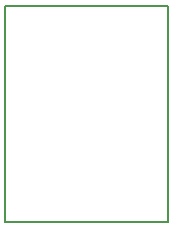
<source format=gbr>
G04 #@! TF.FileFunction,Profile,NP*
%FSLAX46Y46*%
G04 Gerber Fmt 4.6, Leading zero omitted, Abs format (unit mm)*
G04 Created by KiCad (PCBNEW 4.0.7) date 09/14/17 09:13:08*
%MOMM*%
%LPD*%
G01*
G04 APERTURE LIST*
%ADD10C,0.100000*%
%ADD11C,0.150000*%
G04 APERTURE END LIST*
D10*
D11*
X152463500Y-79756000D02*
X152146000Y-79756000D01*
X152463500Y-98044000D02*
X152463500Y-79756000D01*
X152146000Y-98044000D02*
X152463500Y-98044000D01*
X152146000Y-98044000D02*
X138684000Y-98044000D01*
X151892000Y-79756000D02*
X152146000Y-79756000D01*
X138684000Y-79756000D02*
X151892000Y-79756000D01*
X138684000Y-98044000D02*
X138684000Y-79756000D01*
M02*

</source>
